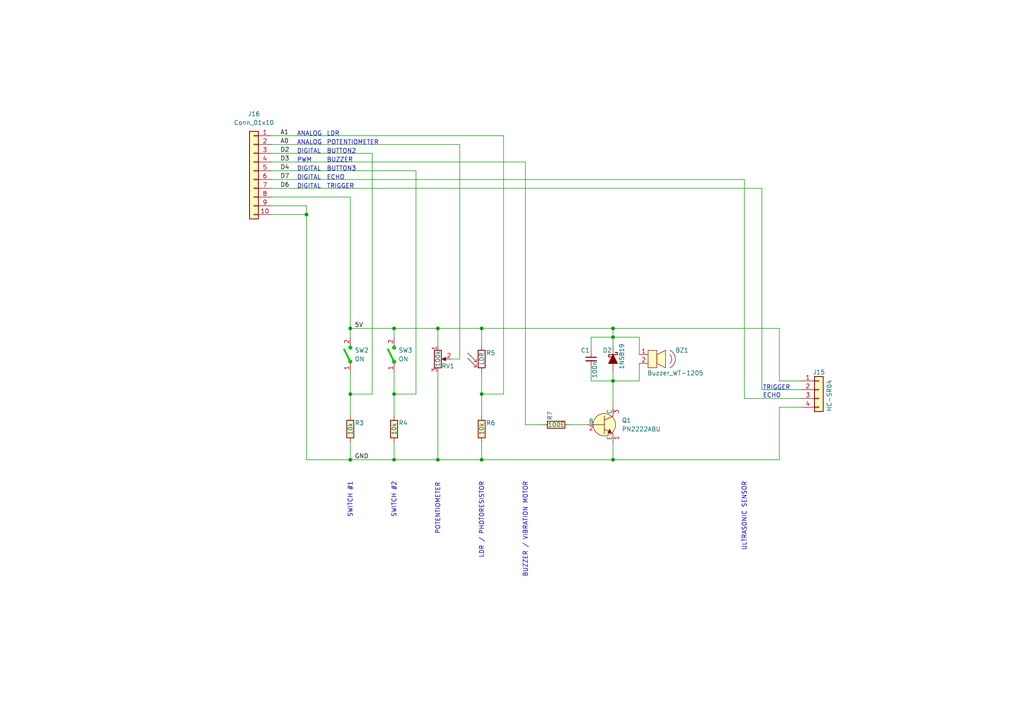
<source format=kicad_sch>
(kicad_sch (version 20250114) (generator "eeschema") (generator_version "9.0")
  (paper "A4")
  (title_block (title "TheThing") (date "2025-02-04") (rev "v5") (company "Maker's Asylum"))
  (lib_symbols
    (symbol "TheThing:Buzzer_PS1240P02BT" (pin_names (offset 0))
      (property "Reference" "BZ" (at 0 5.08 0))
      (property "Value" "Buzzer_PS1240P02BT" (at -1.27 -3.81 0))
      (symbol "Buzzer_PS1240P02BT_0_1"
        (rectangle (start 0 3.81) (end 2.54 -1.27) (fill (type background)))
        (polyline (pts (xy 2.54 2.54) (xy 5.08 3.81) (xy 5.08 -1.27) (xy 2.54 0) (xy 2.54 2.54)) (fill (type background)))
        (arc (start 6.35 3.81) (mid 7.9198 1.27) (end 6.35 -1.27))
        (arc (start 6.35 2.54) (mid 6.8761 1.27) (end 6.35 0))
      )
      (symbol "Buzzer_PS1240P02BT_1_1"
        (pin input line (at -2.54 2.54 0) (length 2.54) (name "~") (number "1"))
        (pin input line (at -2.54 0 0) (length 2.54) (name "~") (number "2"))
      )
    )
    (symbol "TheThing:C_Small" (pin_numbers (hide yes)) (pin_names (offset 0.254) (hide yes))
      (property "Reference" "C" (at 0.254 1.778 0))
      (property "Value" "C_Small" (at 0.254 -2.032 0))
      (symbol "C_Small_0_1"
        (polyline (pts (xy -1.524 0.508) (xy 1.524 0.508)) (stroke (width 0.3048)))
        (polyline (pts (xy -1.524 -0.508) (xy 1.524 -0.508)) (stroke (width 0.3302)))
      )
      (symbol "C_Small_1_1"
        (pin passive line (at 0 2.54 270) (length 2.032) (name "~") (number "1"))
        (pin passive line (at 0 -2.54 90) (length 2.032) (name "~") (number "2"))
      )
    )
    (symbol "TheThing:Conn_01x04" (pin_names (offset 1.016) (hide yes))
      (property "Reference" "J" (at 0 5.08 0))
      (property "Value" "Conn_01x04" (at 0 -7.62 0))
      (symbol "Conn_01x04_1_1"
        (rectangle (start -1.27 3.81) (end 1.27 -6.35) (stroke (width 0.254)) (fill (type background)))
        (rectangle (start -1.27 2.667) (end 0 2.413) (stroke (width 0.1524)))
        (rectangle (start -1.27 0.127) (end 0 -0.127) (stroke (width 0.1524)))
        (rectangle (start -1.27 -2.413) (end 0 -2.667) (stroke (width 0.1524)))
        (rectangle (start -1.27 -4.953) (end 0 -5.207) (stroke (width 0.1524)))
        (pin passive line (at -5.08 2.54 0) (length 3.81) (name "Pin_1") (number "1"))
        (pin passive line (at -5.08 0 0) (length 3.81) (name "Pin_2") (number "2"))
        (pin passive line (at -5.08 -2.54 0) (length 3.81) (name "Pin_3") (number "3"))
        (pin passive line (at -5.08 -5.08 0) (length 3.81) (name "Pin_4") (number "4"))
      )
    )
    (symbol "TheThing:Conn_01x10" (pin_names (offset 1.016) (hide yes))
      (property "Reference" "J" (at 0 12.7 0))
      (property "Value" "Conn_01x10" (at 0 -15.24 0))
      (symbol "Conn_01x10_1_1"
        (rectangle (start -1.27 11.43) (end 1.27 -13.97) (stroke (width 0.254)) (fill (type background)))
        (rectangle (start -1.27 10.287) (end 0 10.033) (stroke (width 0.1524)))
        (rectangle (start -1.27 7.747) (end 0 7.493) (stroke (width 0.1524)))
        (rectangle (start -1.27 5.207) (end 0 4.953) (stroke (width 0.1524)))
        (rectangle (start -1.27 2.667) (end 0 2.413) (stroke (width 0.1524)))
        (rectangle (start -1.27 0.127) (end 0 -0.127) (stroke (width 0.1524)))
        (rectangle (start -1.27 -2.413) (end 0 -2.667) (stroke (width 0.1524)))
        (rectangle (start -1.27 -4.953) (end 0 -5.207) (stroke (width 0.1524)))
        (rectangle (start -1.27 -7.493) (end 0 -7.747) (stroke (width 0.1524)))
        (rectangle (start -1.27 -10.033) (end 0 -10.287) (stroke (width 0.1524)))
        (rectangle (start -1.27 -12.573) (end 0 -12.827) (stroke (width 0.1524)))
        (pin passive line (at -5.08 10.16 0) (length 3.81) (name "Pin_1") (number "1"))
        (pin passive line (at -5.08 7.62 0) (length 3.81) (name "Pin_2") (number "2"))
        (pin passive line (at -5.08 5.08 0) (length 3.81) (name "Pin_3") (number "3"))
        (pin passive line (at -5.08 2.54 0) (length 3.81) (name "Pin_4") (number "4"))
        (pin passive line (at -5.08 0 0) (length 3.81) (name "Pin_5") (number "5"))
        (pin passive line (at -5.08 -2.54 0) (length 3.81) (name "Pin_6") (number "6"))
        (pin passive line (at -5.08 -5.08 0) (length 3.81) (name "Pin_7") (number "7"))
        (pin passive line (at -5.08 -7.62 0) (length 3.81) (name "Pin_8") (number "8"))
        (pin passive line (at -5.08 -10.16 0) (length 3.81) (name "Pin_9") (number "9"))
        (pin passive line (at -5.08 -12.7 0) (length 3.81) (name "Pin_10") (number "10"))
      )
    )
    (symbol "TheThing:D_Schottky_Filled" (pin_numbers (hide yes)) (pin_names (offset 1.016) (hide yes))
      (property "Reference" "D" (at 0 2.54 0))
      (property "Value" "D_Schottky_Filled" (at 0 -2.54 0))
      (symbol "D_Schottky_Filled_0_1"
        (polyline (pts (xy -1.905 0.635) (xy -1.905 1.27) (xy -1.27 1.27) (xy -1.27 -1.27) (xy -0.635 -1.27) (xy -0.635 -0.635)) (stroke (width 0.254)))
        (polyline (pts (xy 1.27 1.27) (xy 1.27 -1.27) (xy -1.27 0) (xy 1.27 1.27)) (stroke (width 0.254)) (fill (type outline)))
        (polyline (pts (xy 1.27 0) (xy -1.27 0)))
      )
      (symbol "D_Schottky_Filled_1_1"
        (pin passive line (at -3.81 0 0) (length 2.54) (name "K") (number "1"))
        (pin passive line (at 3.81 0 180) (length 2.54) (name "A") (number "2"))
      )
    )
    (symbol "TheThing:KSP2222ABU" (pin_names (offset 0))
      (property "Reference" "Q" (at -3.2004 4.2164 0))
      (property "Value" "KSP2222ABU" (at 5.2324 0 90))
      (symbol "KSP2222ABU_0_1"
        (polyline (pts (xy -3.81 0) (xy -2.54 0)))
        (polyline (pts (xy -3.556 0) (xy 0 0)))
        (polyline (pts (xy 0 2.54) (xy 0 -2.54)))
        (polyline (pts (xy 0 1.27) (xy 2.54 2.54)))
        (circle (center 0 0) (radius 3.2512) (fill (type background)))
        (polyline (pts (xy 0 -1.27) (xy 2.54 -2.54)))
        (polyline (pts (xy 1.524 -1.27) (xy 2.032 -2.286) (xy 1.016 -2.54) (xy 1.524 -1.27)) (fill (type outline)))
      )
      (symbol "KSP2222ABU_1_1"
        (pin input line (at -5.08 0 0) (length 2.54) (name "B") (number "2"))
        (pin passive line (at 2.54 5.08 270) (length 2.54) (name "C") (number "3"))
        (pin passive line (at 2.54 -5.08 90) (length 2.54) (name "E") (number "1"))
      )
    )
    (symbol "TheThing:LDR03" (pin_numbers (hide yes)) (pin_names (offset 0))
      (property "Reference" "R" (at -5.08 0 90))
      (property "Value" "LDR03" (at 1.905 0 90))
      (symbol "LDR03_0_1"
        (polyline (pts (xy -1.524 -0.762) (xy -4.064 1.778)))
        (polyline (pts (xy -1.524 -0.762) (xy -2.286 -0.762)))
        (polyline (pts (xy -1.524 -0.762) (xy -1.524 0)))
        (polyline (pts (xy -1.524 -2.286) (xy -4.064 0.254)))
        (polyline (pts (xy -1.524 -2.286) (xy -2.286 -2.286)))
        (polyline (pts (xy -1.524 -2.286) (xy -1.524 -1.524)))
        (rectangle (start -1.016 2.54) (end 1.016 -2.54) (stroke (width 0.254)))
      )
      (symbol "LDR03_1_1"
        (pin passive line (at 0 3.81 270) (length 1.27) (name "~") (number "1"))
        (pin passive line (at 0 -3.81 90) (length 1.27) (name "~") (number "2"))
      )
    )
    (symbol "TheThing:R" (pin_numbers (hide yes)) (pin_names (offset 0))
      (property "Reference" "R" (at 2.032 0 90))
      (property "Value" "R" (at 0 0 90))
      (symbol "R_1_1"
        (rectangle (start -1.016 2.54) (end 1.016 -2.54) (stroke (width 0.254)) (fill (type background)))
        (pin passive line (at 0 3.81 270) (length 1.27) (name "~") (number "1"))
        (pin passive line (at 0 -3.81 90) (length 1.27) (name "~") (number "2"))
      )
    )
    (symbol "TheThing:R_Potentiometer" (pin_names (offset 1.016) (hide yes))
      (property "Reference" "RV" (at -4.445 0 90))
      (property "Value" "R_Potentiometer" (at -2.54 0 90))
      (symbol "R_Potentiometer_0_1"
        (rectangle (start 1.016 2.54) (end -1.016 -2.54) (stroke (width 0.254)))
        (polyline (pts (xy 1.143 0) (xy 2.286 0.508) (xy 2.286 -0.508) (xy 1.143 0)) (fill (type outline)))
        (polyline (pts (xy 2.54 0) (xy 1.524 0)))
      )
      (symbol "R_Potentiometer_1_1"
        (pin passive line (at 0 3.81 270) (length 1.27) (name "1") (number "1"))
        (pin passive line (at 0 -3.81 90) (length 1.27) (name "3") (number "3"))
        (pin passive line (at 3.81 0 180) (length 1.27) (name "2") (number "2"))
      )
    )
    (symbol "TheThing:SW_SPST" (pin_names (offset 0) (hide yes))
      (property "Reference" "SW1" (at -7.62 0 90))
      (property "Value" "ON" (at -7.62 2.54 90))
      (symbol "SW_SPST_1_0"
        (circle (center -2.032 0) (radius 0.508) (stroke (width 0) (color 0 192 0 1)) (fill (type outline)))
        (polyline (pts (xy -1.524 0.254) (xy 1.524 1.778)) (stroke (width 0.508) (color 0 192 0 1)))
        (circle (center 2.032 0) (radius 0.508) (stroke (width 0) (color 0 192 0 1)) (fill (type outline)))
      )
      (symbol "SW_SPST_1_1"
        (pin passive line (at -5.08 0 0) (length 2.54) (name "A") (number "1"))
        (pin passive line (at 5.08 0 180) (length 2.54) (name "B") (number "2"))
      )
    )
  )
  (text "SWITCH #1" (at 101.6 139.7 90) (effects (font (size 1.27 1.27)) (justify right)))
  (text "BUZZER / VIBRATION MOTOR" (at 152.4 139.7 90) (effects (font (size 1.27 1.27)) (justify right)))
  (text "SWITCH #2" (at 114.3 139.7 90) (effects (font (size 1.27 1.27)) (justify right)))
  (text "ULTRASONIC SENSOR" (at 215.9 139.7 90) (effects (font (size 1.27 1.27)) (justify right)))
  (text "ANALOG" (at 86.106 41.402 0) (effects (font (size 1.27 1.27)) (justify left)))
  (text "DIGITAL" (at 86.106 49.022 0) (effects (font (size 1.27 1.27)) (justify left)))
  (text "PWM" (at 86.106 46.482 0) (effects (font (size 1.27 1.27)) (justify left)))
  (text "BUZZER" (at 94.742 46.482 0) (effects (font (size 1.27 1.27)) (justify left)))
  (text "DIGITAL" (at 86.106 43.942 0) (effects (font (size 1.27 1.27)) (justify left)))
  (text "BUTTON2" (at 94.742 43.942 0) (effects (font (size 1.27 1.27)) (justify left)))
  (text "ANALOG" (at 86.106 38.862 0) (effects (font (size 1.27 1.27)) (justify left)))
  (text "DIGITAL" (at 86.106 54.102 0) (effects (font (size 1.27 1.27)) (justify left)))
  (text "LDR / PHOTORESISTOR" (at 139.7 139.7 90) (effects (font (size 1.27 1.27)) (justify right)))
  (text "POTENTIOMETER" (at 94.742 41.402 0) (effects (font (size 1.27 1.27)) (justify left)))
  (text "ECHO" (at 94.742 51.562 0) (effects (font (size 1.27 1.27)) (justify left)))
  (text "LDR" (at 94.742 38.862 0) (effects (font (size 1.27 1.27)) (justify left)))
  (text "BUTTON3" (at 94.742 49.022 0) (effects (font (size 1.27 1.27)) (justify left)))
  (text "DIGITAL" (at 86.106 51.562 0) (effects (font (size 1.27 1.27)) (justify left)))
  (text "TRIGGER" (at 94.742 54.102 0) (effects (font (size 1.27 1.27)) (justify left)))
  (text "ECHO" (at 221.234 114.808 0) (effects (font (size 1.27 1.27)) (justify left)))
  (text "TRIGGER" (at 221.234 112.522 0) (effects (font (size 1.27 1.27)) (justify left)))
  (text "POTENTIOMETER" (at 127 139.954 90) (effects (font (size 1.27 1.27)) (justify right)))
  (junction (at 101.6 95.25))
  (junction (at 177.8 133.35))
  (junction (at 101.6 114.3))
  (junction (at 114.3 114.3))
  (junction (at 139.7 95.25))
  (junction (at 88.9 62.23))
  (junction (at 139.7 133.35))
  (junction (at 177.8 97.79))
  (junction (at 177.8 110.49))
  (junction (at 114.3 133.35))
  (junction (at 139.7 114.3))
  (junction (at 114.3 95.25))
  (junction (at 177.8 95.25))
  (junction (at 127 133.35))
  (junction (at 101.6 133.35))
  (junction (at 127 95.25))
  (wire (pts (xy 114.3 133.35) (xy 101.6 133.35)))
  (wire (pts (xy 215.9 52.07) (xy 215.9 115.57)))
  (wire (pts (xy 78.74 39.37) (xy 146.05 39.37)))
  (wire (pts (xy 139.7 100.33) (xy 139.7 95.25)))
  (wire (pts (xy 185.42 110.49) (xy 185.42 105.41)))
  (wire (pts (xy 146.05 114.3) (xy 139.7 114.3)))
  (wire (pts (xy 114.3 133.35) (xy 127 133.35)))
  (wire (pts (xy 127 95.25) (xy 127 100.33)))
  (wire (pts (xy 114.3 128.27) (xy 114.3 133.35)))
  (wire (pts (xy 220.98 113.03) (xy 220.98 54.61)))
  (wire (pts (xy 139.7 107.95) (xy 139.7 114.3)))
  (wire (pts (xy 177.8 128.27) (xy 177.8 133.35)))
  (wire (pts (xy 226.06 95.25) (xy 226.06 110.49)))
  (wire (pts (xy 152.4 46.99) (xy 152.4 123.19)))
  (wire (pts (xy 107.95 44.45) (xy 107.95 114.3)))
  (wire (pts (xy 78.74 49.53) (xy 120.65 49.53)))
  (wire (pts (xy 185.42 97.79) (xy 177.8 97.79)))
  (wire (pts (xy 78.74 41.91) (xy 133.35 41.91)))
  (wire (pts (xy 101.6 95.25) (xy 114.3 95.25)))
  (wire (pts (xy 165.1 123.19) (xy 170.18 123.19)))
  (wire (pts (xy 177.8 95.25) (xy 177.8 97.79)))
  (wire (pts (xy 101.6 114.3) (xy 101.6 120.65)))
  (wire (pts (xy 139.7 128.27) (xy 139.7 133.35)))
  (wire (pts (xy 177.8 110.49) (xy 185.42 110.49)))
  (wire (pts (xy 114.3 114.3) (xy 114.3 120.65)))
  (wire (pts (xy 232.41 113.03) (xy 220.98 113.03)))
  (wire (pts (xy 78.74 44.45) (xy 107.95 44.45)))
  (wire (pts (xy 130.81 104.14) (xy 133.35 104.14)))
  (wire (pts (xy 152.4 123.19) (xy 157.48 123.19)))
  (wire (pts (xy 78.74 57.15) (xy 101.6 57.15)))
  (wire (pts (xy 127 95.25) (xy 139.7 95.25)))
  (wire (pts (xy 133.35 104.14) (xy 133.35 41.91)))
  (wire (pts (xy 177.8 110.49) (xy 177.8 118.11)))
  (wire (pts (xy 177.8 95.25) (xy 226.06 95.25)))
  (wire (pts (xy 177.8 133.35) (xy 139.7 133.35)))
  (wire (pts (xy 226.06 110.49) (xy 232.41 110.49)))
  (wire (pts (xy 101.6 97.79) (xy 101.6 95.25)))
  (wire (pts (xy 88.9 133.35) (xy 101.6 133.35)))
  (wire (pts (xy 114.3 95.25) (xy 127 95.25)))
  (wire (pts (xy 226.06 133.35) (xy 226.06 118.11)))
  (wire (pts (xy 177.8 97.79) (xy 177.8 100.33)))
  (wire (pts (xy 171.45 110.49) (xy 177.8 110.49)))
  (wire (pts (xy 101.6 114.3) (xy 107.95 114.3)))
  (wire (pts (xy 139.7 114.3) (xy 139.7 120.65)))
  (wire (pts (xy 171.45 97.79) (xy 171.45 101.6)))
  (wire (pts (xy 78.74 52.07) (xy 215.9 52.07)))
  (wire (pts (xy 101.6 107.95) (xy 101.6 114.3)))
  (wire (pts (xy 185.42 102.87) (xy 185.42 97.79)))
  (wire (pts (xy 88.9 62.23) (xy 88.9 59.69)))
  (wire (pts (xy 114.3 107.95) (xy 114.3 114.3)))
  (wire (pts (xy 215.9 115.57) (xy 232.41 115.57)))
  (wire (pts (xy 171.45 106.68) (xy 171.45 110.49)))
  (wire (pts (xy 226.06 118.11) (xy 232.41 118.11)))
  (wire (pts (xy 88.9 62.23) (xy 88.9 133.35)))
  (wire (pts (xy 88.9 59.69) (xy 78.74 59.69)))
  (wire (pts (xy 146.05 39.37) (xy 146.05 114.3)))
  (wire (pts (xy 120.65 114.3) (xy 120.65 49.53)))
  (wire (pts (xy 114.3 95.25) (xy 114.3 97.79)))
  (wire (pts (xy 127 107.95) (xy 127 133.35)))
  (wire (pts (xy 78.74 46.99) (xy 152.4 46.99)))
  (wire (pts (xy 177.8 107.95) (xy 177.8 110.49)))
  (wire (pts (xy 127 133.35) (xy 139.7 133.35)))
  (wire (pts (xy 177.8 133.35) (xy 226.06 133.35)))
  (wire (pts (xy 78.74 54.61) (xy 220.98 54.61)))
  (wire (pts (xy 78.74 62.23) (xy 88.9 62.23)))
  (wire (pts (xy 139.7 95.25) (xy 177.8 95.25)))
  (wire (pts (xy 177.8 97.79) (xy 171.45 97.79)))
  (wire (pts (xy 101.6 57.15) (xy 101.6 95.25)))
  (wire (pts (xy 101.6 133.35) (xy 101.6 128.27)))
  (wire (pts (xy 114.3 114.3) (xy 120.65 114.3)))
  (label "D6" (at 81.28 54.61 0))
  (label "5V" (at 102.87 95.25 0))
  (label "D7" (at 81.28 52.07 0))
  (label "A0" (at 81.28 41.91 0))
  (label "D4" (at 81.28 49.53 0))
  (label "D2" (at 81.28 44.45 0))
  (label "GND" (at 102.87 133.35 0))
  (label "D3" (at 81.28 46.99 0))
  (label "A1" (at 81.28 39.37 0))
  (symbol (lib_id "TheThing:KSP2222ABU") (at 175.26 123.19 0) (unit 1)
    (property "Reference" "Q1" (at 180.34 121.9199 0) (effects (justify left)))
    (property "Value" "PN2222ABU" (at 180.34 124.4599 0) (effects (justify left)))
    (property "Footprint" "BagTag:TO-92_HandSolder" (effects (hide yes)))
    (property "Datasheet" "https://www.onsemi.com/pub/Collateral/KSP2222A-D.pdf" (effects (hide yes)))
    (property "Description" "TRANS NPN 40V 0.6A TO-92" (effects (hide yes)))
    (property "MPN" "KSP2222ABU" (effects (hide yes)))
    (property "Family" "Transistors - Bipolar (BJT) - Single" (effects (hide yes)))
    (property "DK_Detail_Page" "/product-detail/en/on-semiconductor/KSP2222ABU/KSP2222ABUFS-ND/1047387" (effects (hide yes)))
    (property "Manufacturer" "ON Semiconductor" (effects (hide yes)))
  )
  (symbol (lib_id "TheThing:R") (at 139.7 124.46 0) (unit 1)
    (property "Reference" "R6" (at 140.97 122.682 0) (effects (justify left)))
    (property "Value" "10k" (at 139.7 126.238 90) (effects (justify left)))
    (property "Footprint" "BagTag:R_Axial_DIN0207_L6.3mm_D2.5mm_P7.62mm_Horizontal" (effects (hide yes)))
    (property "Description" "Resistor" (effects (hide yes)))
  )
  (symbol (lib_id "TheThing:Conn_01x04") (at 237.49 113.03 0) (unit 1)
    (property "Reference" "J15" (at 235.712 107.95 0) (effects (justify left)))
    (property "Value" "HC-SR04" (at 240.538 119.38 90) (effects (justify left)))
    (property "Footprint" "BagTag:PinSocket_1x04_P2.54mm_Vertical" (effects (hide yes)))
    (property "Description" "Generic connector, single row, 01x04, script generated (kicad-library-utils/schlib/autogen/connector/)" (effects (hide yes)))
  )
  (symbol (lib_id "TheThing:R") (at 161.29 123.19 90) (unit 1)
    (property "Reference" "R7" (at 159.512 121.92 0) (effects (justify left)))
    (property "Value" "100E" (at 163.83 123.19 90) (effects (justify left)))
    (property "Footprint" "BagTag:R_Axial_DIN0207_L6.3mm_D2.5mm_P7.62mm_Horizontal" (effects (hide yes)))
    (property "Description" "Resistor" (effects (hide yes)))
  )
  (symbol (lib_id "TheThing:SW_SPST") (at 101.6 102.87 90) (unit 1)
    (property "Reference" "SW2" (at 102.87 101.5999 90) (effects (justify right)))
    (property "Value" "ON" (at 102.87 104.1399 90) (effects (justify right)))
    (property "Footprint" "BagTag:SWITCH_PUSH_6mm_12mm" (effects (hide yes)))
    (property "Description" "Single Pole Single Throw (SPST) switch" (effects (hide yes)))
  )
  (symbol (lib_id "TheThing:R_Potentiometer") (at 127 104.14 0) (unit 1)
    (property "Reference" "RV1" (at 131.826 106.172 0) (effects (justify right)))
    (property "Value" "100k" (at 127 101.6 90) (effects (justify right)))
    (property "Footprint" "BagTag:TRIM_601040" (effects (hide yes)))
    (property "Description" "Potentiometer" (effects (hide yes)))
  )
  (symbol (lib_id "TheThing:Conn_01x10") (at 73.66 49.53 0) (mirror y) (unit 1)
    (property "Reference" "J16" (at 73.66 33.02 0))
    (property "Value" "Conn_01x10" (at 73.66 35.56 0))
    (property "Footprint" "BagTag:PinHeader_1x10_P2.54mm_Vertical" (effects (hide yes)))
    (property "Description" "Generic connector, single row, 01x10, script generated (kicad-library-utils/schlib/autogen/connector/)" (effects (hide yes)))
  )
  (symbol (lib_id "TheThing:R") (at 101.6 124.46 0) (unit 1)
    (property "Reference" "R3" (at 102.87 122.682 0) (effects (justify left)))
    (property "Value" "10k" (at 101.6 126.238 90) (effects (justify left)))
    (property "Footprint" "BagTag:R_Axial_DIN0207_L6.3mm_D2.5mm_P7.62mm_Horizontal" (effects (hide yes)))
    (property "Description" "Resistor" (effects (hide yes)))
  )
  (symbol (lib_id "TheThing:SW_SPST") (at 114.3 102.87 90) (unit 1)
    (property "Reference" "SW3" (at 115.57 101.5999 90) (effects (justify right)))
    (property "Value" "ON" (at 115.57 104.1399 90) (effects (justify right)))
    (property "Footprint" "BagTag:SWITCH_PUSH_6mm_12mm" (effects (hide yes)))
    (property "Description" "Single Pole Single Throw (SPST) switch" (effects (hide yes)))
  )
  (symbol (lib_id "TheThing:C_Small") (at 171.45 104.14 0) (unit 1)
    (property "Reference" "C1" (at 168.402 101.6 0) (effects (justify left)))
    (property "Value" "100n" (at 172.466 109.728 90) (effects (justify left)))
    (property "Footprint" "BagTag:C_Disc_D3.0mm_W2.0mm_P2.50mm" (effects (hide yes)))
    (property "Description" "Unpolarized capacitor, small symbol" (effects (hide yes)))
  )
  (symbol (lib_id "TheThing:D_Schottky_Filled") (at 177.8 104.14 270) (unit 1)
    (property "Reference" "D2" (at 174.752 101.6 90) (effects (justify left)))
    (property "Value" "1N5819" (at 180.34 99.568 0) (effects (justify left)))
    (property "Footprint" "BagTag:D_DO-41_SOD81_P10.16mm_Horizontal" (effects (hide yes)))
    (property "Description" "Schottky diode, filled shape" (effects (hide yes)))
    (property "Sim.Device" "D" (effects (hide yes)))
    (property "Sim.Pins" "1=K 2=A" (effects (hide yes)))
  )
  (symbol (lib_id "TheThing:R") (at 114.3 124.46 0) (unit 1)
    (property "Reference" "R4" (at 115.57 122.682 0) (effects (justify left)))
    (property "Value" "10k" (at 114.3 126.238 90) (effects (justify left)))
    (property "Footprint" "BagTag:R_Axial_DIN0207_L6.3mm_D2.5mm_P7.62mm_Horizontal" (effects (hide yes)))
    (property "Description" "Resistor" (effects (hide yes)))
  )
  (symbol (lib_id "TheThing:Buzzer_PS1240P02BT") (at 187.96 105.41 0) (unit 1)
    (property "Reference" "BZ1" (at 195.834 101.6 0) (effects (justify left)))
    (property "Value" "Buzzer_WT-1205" (at 187.706 108.204 0) (effects (justify left)))
    (property "Footprint" "BagTag:Buzzer_12x9.5RM7.6" (effects (hide yes)))
    (property "Datasheet" "https://product.tdk.com/info/en/catalog/datasheets/piezoelectronic_buzzer_ps_en.pdf" (effects (hide yes)))
    (property "Description" "AUDIO PIEZO TRANSDUCER 30V TH" (effects (hide yes)))
    (property "MPN" "PS1240P02BT" (effects (hide yes)))
    (property "Family" "Alarms, Buzzers, and Sirens" (effects (hide yes)))
    (property "DK_Detail_Page" "/product-detail/en/tdk-corporation/PS1240P02BT/445-2525-1-ND/935930" (effects (hide yes)))
    (property "Manufacturer" "TDK Corporation" (effects (hide yes)))
  )
  (symbol (lib_id "TheThing:LDR03") (at 139.7 104.14 0) (unit 1)
    (property "Reference" "R5" (at 140.97 102.362 0) (effects (justify left)))
    (property "Value" "LDR" (at 139.7 105.918 90) (effects (justify left)))
    (property "Footprint" "BagTag:R_LDR_4.9x4.2mm_P2.54mm_Vertical" (effects (hide yes)))
    (property "Datasheet" "http://www.elektronica-componenten.nl/WebRoot/StoreNL/Shops/61422969/54F1/BA0C/C664/31B9/2173/C0A8/2AB9/2AEF/LDR03IMP.pdf" (effects (hide yes)))
    (property "Description" "light dependent resistor" (effects (hide yes)))
  )
)
</source>
